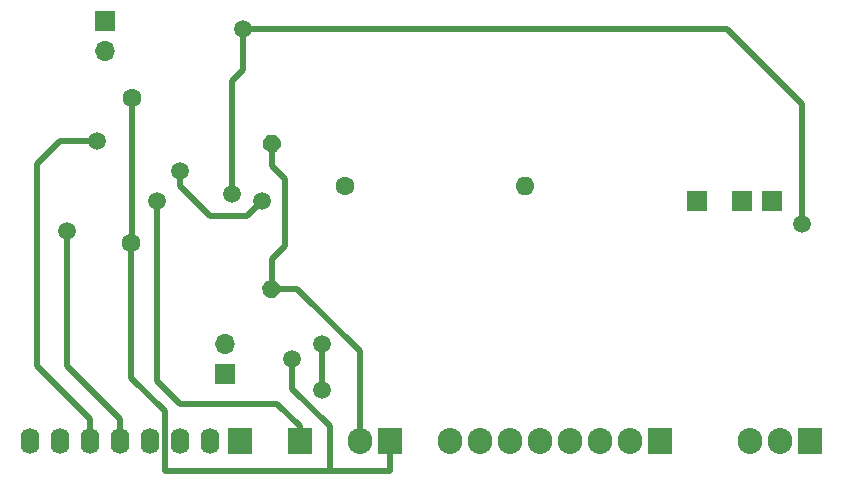
<source format=gbr>
G04 #@! TF.GenerationSoftware,KiCad,Pcbnew,(5.1.8)-1*
G04 #@! TF.CreationDate,2024-01-21T21:12:21+03:00*
G04 #@! TF.ProjectId,Reg,5265672e-6b69-4636-9164-5f7063625858,rev?*
G04 #@! TF.SameCoordinates,Original*
G04 #@! TF.FileFunction,Copper,L2,Bot*
G04 #@! TF.FilePolarity,Positive*
%FSLAX46Y46*%
G04 Gerber Fmt 4.6, Leading zero omitted, Abs format (unit mm)*
G04 Created by KiCad (PCBNEW (5.1.8)-1) date 2024-01-21 21:12:21*
%MOMM*%
%LPD*%
G01*
G04 APERTURE LIST*
G04 #@! TA.AperFunction,ComponentPad*
%ADD10R,1.700000X1.700000*%
G04 #@! TD*
G04 #@! TA.AperFunction,ComponentPad*
%ADD11O,1.600000X1.600000*%
G04 #@! TD*
G04 #@! TA.AperFunction,ComponentPad*
%ADD12C,1.600000*%
G04 #@! TD*
G04 #@! TA.AperFunction,ComponentPad*
%ADD13R,2.100000X2.200000*%
G04 #@! TD*
G04 #@! TA.AperFunction,ComponentPad*
%ADD14O,1.600000X2.200000*%
G04 #@! TD*
G04 #@! TA.AperFunction,ComponentPad*
%ADD15O,2.100000X2.200000*%
G04 #@! TD*
G04 #@! TA.AperFunction,ComponentPad*
%ADD16O,1.700000X1.700000*%
G04 #@! TD*
G04 #@! TA.AperFunction,ViaPad*
%ADD17C,1.500000*%
G04 #@! TD*
G04 #@! TA.AperFunction,Conductor*
%ADD18C,0.500000*%
G04 #@! TD*
G04 APERTURE END LIST*
D10*
X113665000Y-33020000D03*
X109855000Y-33020000D03*
X116205000Y-33020000D03*
D11*
X95250000Y-31750000D03*
D12*
X80010000Y-31750000D03*
G04 #@! TA.AperFunction,ComponentPad*
G36*
G01*
X73039861Y-40191498D02*
X73039861Y-40191498D01*
G75*
G02*
X74047920Y-39677867I760845J-247214D01*
G01*
X74047920Y-39677867D01*
G75*
G02*
X74561551Y-40685926I-247214J-760845D01*
G01*
X74561551Y-40685926D01*
G75*
G02*
X73553492Y-41199557I-760845J247214D01*
G01*
X73553492Y-41199557D01*
G75*
G02*
X73039861Y-40191498I247214J760845D01*
G01*
G37*
G04 #@! TD.AperFunction*
X61912500Y-36576000D03*
G04 #@! TA.AperFunction,ComponentPad*
G36*
G01*
X73103361Y-27872498D02*
X73103361Y-27872498D01*
G75*
G02*
X74111420Y-27358867I760845J-247214D01*
G01*
X74111420Y-27358867D01*
G75*
G02*
X74625051Y-28366926I-247214J-760845D01*
G01*
X74625051Y-28366926D01*
G75*
G02*
X73616992Y-28880557I-760845J247214D01*
G01*
X73616992Y-28880557D01*
G75*
G02*
X73103361Y-27872498I247214J760845D01*
G01*
G37*
G04 #@! TD.AperFunction*
X61976000Y-24257000D03*
D13*
X71120000Y-53340000D03*
D14*
X68580000Y-53340000D03*
X66040000Y-53340000D03*
X63500000Y-53340000D03*
X60960000Y-53340000D03*
X58420000Y-53340000D03*
X55880000Y-53340000D03*
X53340000Y-53340000D03*
D15*
X88900000Y-53340000D03*
X91440000Y-53340000D03*
X93980000Y-53340000D03*
X96520000Y-53340000D03*
X99060000Y-53340000D03*
X101600000Y-53340000D03*
X104140000Y-53340000D03*
D13*
X106680000Y-53340000D03*
X83820000Y-53340000D03*
D15*
X81280000Y-53340000D03*
D13*
X119380000Y-53340000D03*
D15*
X116840000Y-53340000D03*
X114300000Y-53340000D03*
D16*
X59690000Y-20320000D03*
D10*
X59690000Y-17780000D03*
X69850000Y-47625000D03*
D16*
X69850000Y-45085000D03*
D13*
X76200000Y-53340000D03*
D17*
X75565000Y-46355000D03*
X59055000Y-27940000D03*
X56515000Y-35560000D03*
X78105000Y-45085000D03*
X78105000Y-48960010D03*
X73025000Y-33020000D03*
X66040000Y-30480000D03*
X64135000Y-33020000D03*
X71437500Y-18415000D03*
X118745000Y-34925000D03*
X70485000Y-32385000D03*
D18*
X61976000Y-36512500D02*
X61912500Y-36576000D01*
X61976000Y-24257000D02*
X61976000Y-36512500D01*
X83820000Y-55880000D02*
X83820000Y-53340000D01*
X64770000Y-50800000D02*
X64770000Y-55880000D01*
X61912500Y-47942500D02*
X64770000Y-50800000D01*
X61912500Y-36576000D02*
X61912500Y-47942500D01*
X78740000Y-55880000D02*
X78740000Y-52070000D01*
X64770000Y-55880000D02*
X78740000Y-55880000D01*
X78740000Y-55880000D02*
X83820000Y-55880000D01*
X75565000Y-46355000D02*
X75565000Y-48895000D01*
X78740000Y-52070000D02*
X75565000Y-48895000D01*
X73864206Y-40375212D02*
X73800706Y-40438712D01*
X73800706Y-40438712D02*
X75998712Y-40438712D01*
X81280000Y-45720000D02*
X81280000Y-53340000D01*
X75998712Y-40438712D02*
X81280000Y-45720000D01*
X73864206Y-30049206D02*
X74930000Y-31115000D01*
X73864206Y-28119712D02*
X73864206Y-30049206D01*
X74930000Y-31115000D02*
X74930000Y-36830000D01*
X74930000Y-36830000D02*
X73864206Y-37895794D01*
X73864206Y-37895794D02*
X73864206Y-40375212D01*
X53975000Y-36830000D02*
X53975000Y-46990000D01*
X58420000Y-51435000D02*
X58420000Y-53340000D01*
X53975000Y-46990000D02*
X58420000Y-51435000D01*
X59055000Y-27940000D02*
X55880000Y-27940000D01*
X55880000Y-27940000D02*
X53975000Y-29845000D01*
X53975000Y-36830000D02*
X53975000Y-29845000D01*
X56515000Y-35560000D02*
X56515000Y-46990000D01*
X60960000Y-51435000D02*
X60960000Y-53340000D01*
X56515000Y-46990000D02*
X60960000Y-51435000D01*
X78105000Y-45085000D02*
X78105000Y-48960010D01*
X73025000Y-33020000D02*
X71755000Y-34290000D01*
X71755000Y-34290000D02*
X69215000Y-34290000D01*
X69215000Y-34290000D02*
X68580000Y-34290000D01*
X68580000Y-34290000D02*
X66040000Y-31750000D01*
X66040000Y-31750000D02*
X66040000Y-30480000D01*
X66040000Y-30480000D02*
X66040000Y-30480000D01*
X74295000Y-50165000D02*
X76200000Y-52070000D01*
X76200000Y-52070000D02*
X76200000Y-53340000D01*
X66040000Y-50165000D02*
X74295000Y-50165000D01*
X64135000Y-48260000D02*
X66040000Y-50165000D01*
X64135000Y-33020000D02*
X64135000Y-48260000D01*
X71437500Y-21907500D02*
X71437500Y-18415000D01*
X70485000Y-22860000D02*
X71437500Y-21907500D01*
X70485000Y-32385000D02*
X70485000Y-22860000D01*
X118745000Y-24765000D02*
X118745000Y-34925000D01*
X112395000Y-18415000D02*
X118745000Y-24765000D01*
X71437500Y-18415000D02*
X112395000Y-18415000D01*
M02*

</source>
